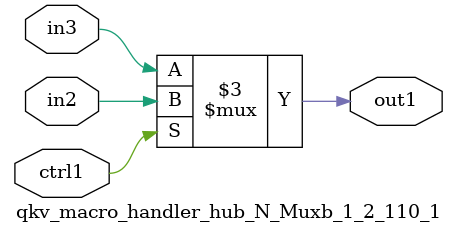
<source format=v>

`timescale 1ps / 1ps


module qkv_macro_handler_hub_N_Muxb_1_2_110_1( in3, in2, ctrl1, out1 );

    input in3;
    input in2;
    input ctrl1;
    output out1;
    reg out1;

    
    // rtl_process:qkv_macro_handler_hub_N_Muxb_1_2_110_1/qkv_macro_handler_hub_N_Muxb_1_2_110_1_thread_1
    always @*
      begin : qkv_macro_handler_hub_N_Muxb_1_2_110_1_thread_1
        case (ctrl1) 
          1'b1: 
            begin
              out1 = in2;
            end
          default: 
            begin
              out1 = in3;
            end
        endcase
      end

endmodule


</source>
